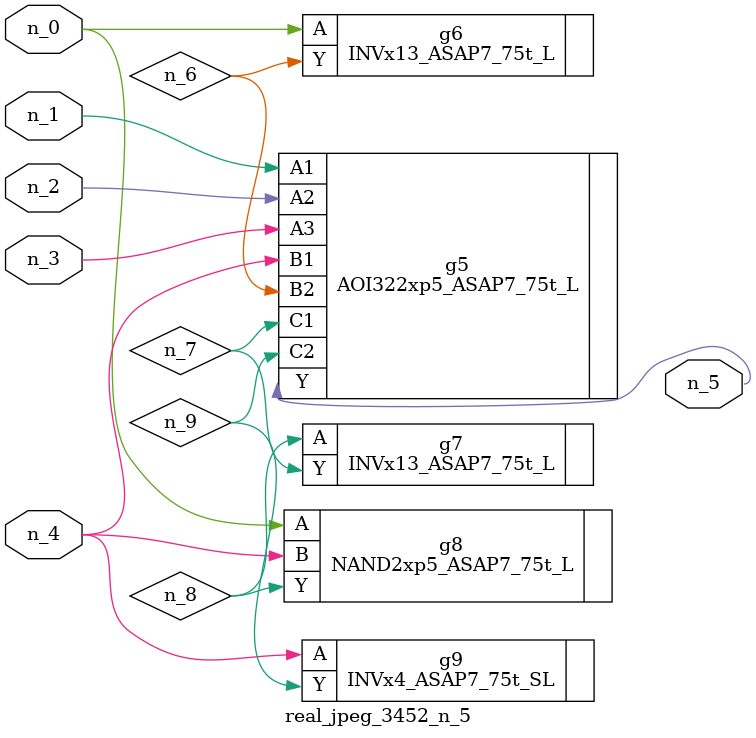
<source format=v>
module real_jpeg_3452_n_5 (n_4, n_0, n_1, n_2, n_3, n_5);

input n_4;
input n_0;
input n_1;
input n_2;
input n_3;

output n_5;

wire n_8;
wire n_6;
wire n_7;
wire n_9;

INVx13_ASAP7_75t_L g6 ( 
.A(n_0),
.Y(n_6)
);

NAND2xp5_ASAP7_75t_L g8 ( 
.A(n_0),
.B(n_4),
.Y(n_8)
);

AOI322xp5_ASAP7_75t_L g5 ( 
.A1(n_1),
.A2(n_2),
.A3(n_3),
.B1(n_4),
.B2(n_6),
.C1(n_7),
.C2(n_9),
.Y(n_5)
);

INVx4_ASAP7_75t_SL g9 ( 
.A(n_4),
.Y(n_9)
);

INVx13_ASAP7_75t_L g7 ( 
.A(n_8),
.Y(n_7)
);


endmodule
</source>
